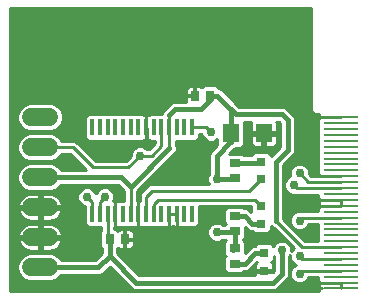
<source format=gtl>
G75*
%MOIN*%
%OFA0B0*%
%FSLAX25Y25*%
%IPPOS*%
%LPD*%
%AMOC8*
5,1,8,0,0,1.08239X$1,22.5*
%
%ADD10R,0.05512X0.06299*%
%ADD11R,0.03150X0.03150*%
%ADD12R,0.03543X0.02756*%
%ADD13R,0.01370X0.05500*%
%ADD14R,0.02756X0.03543*%
%ADD15R,0.11811X0.00984*%
%ADD16C,0.05906*%
%ADD17C,0.01000*%
%ADD18C,0.02984*%
%ADD19C,0.01600*%
D10*
X0194963Y0166571D03*
X0205987Y0166571D03*
D11*
X0205105Y0157126D03*
X0205105Y0151220D03*
X0205105Y0142362D03*
X0205105Y0136457D03*
X0206089Y0126614D03*
X0206089Y0120709D03*
D12*
X0196247Y0123071D03*
X0196247Y0128189D03*
X0196247Y0133898D03*
X0196247Y0139016D03*
X0196247Y0151614D03*
X0196247Y0156732D03*
D13*
X0182109Y0168465D03*
X0179550Y0168465D03*
X0176991Y0168465D03*
X0174432Y0168465D03*
X0171873Y0168465D03*
X0169314Y0168465D03*
X0166755Y0168465D03*
X0164196Y0168465D03*
X0161636Y0168465D03*
X0159077Y0168465D03*
X0156518Y0168465D03*
X0153959Y0168465D03*
X0151400Y0168465D03*
X0148841Y0168465D03*
X0148841Y0139677D03*
X0151400Y0139677D03*
X0153959Y0139677D03*
X0156518Y0139677D03*
X0159077Y0139677D03*
X0161636Y0139677D03*
X0164196Y0139677D03*
X0166755Y0139677D03*
X0169314Y0139677D03*
X0171873Y0139677D03*
X0174432Y0139677D03*
X0176991Y0139677D03*
X0179550Y0139677D03*
X0182109Y0139677D03*
D14*
X0159696Y0131244D03*
X0154577Y0131244D03*
X0182916Y0179071D03*
X0188034Y0179071D03*
D15*
X0231680Y0171890D03*
X0231680Y0169921D03*
X0231680Y0167953D03*
X0231680Y0165984D03*
X0231680Y0164016D03*
X0231680Y0162047D03*
X0231680Y0160079D03*
X0231680Y0158110D03*
X0231680Y0156142D03*
X0231680Y0154173D03*
X0231680Y0152205D03*
X0231680Y0150236D03*
X0231680Y0148268D03*
X0231680Y0146299D03*
X0231680Y0144331D03*
X0231680Y0142362D03*
X0231680Y0140394D03*
X0231680Y0138425D03*
X0231680Y0136457D03*
X0231680Y0134488D03*
X0231680Y0132520D03*
X0231680Y0130551D03*
X0231680Y0128583D03*
X0231680Y0126614D03*
X0231680Y0124646D03*
X0231680Y0122677D03*
X0231680Y0120709D03*
X0231680Y0118740D03*
X0231680Y0116772D03*
X0231680Y0114803D03*
D16*
X0134396Y0121850D02*
X0128491Y0121850D01*
X0128491Y0131850D02*
X0134396Y0131850D01*
X0134396Y0141850D02*
X0128491Y0141850D01*
X0128491Y0151850D02*
X0134396Y0151850D01*
X0134396Y0161850D02*
X0128491Y0161850D01*
X0128491Y0171850D02*
X0134396Y0171850D01*
D17*
X0121475Y0208276D02*
X0121475Y0113850D01*
X0224345Y0113850D01*
X0224274Y0114114D01*
X0224274Y0114803D01*
X0225489Y0114803D01*
X0225488Y0114803D01*
X0224274Y0114803D01*
X0224274Y0115493D01*
X0224353Y0115787D01*
X0224274Y0116082D01*
X0224274Y0116772D01*
X0224873Y0116772D01*
X0224873Y0116772D01*
X0224274Y0116772D01*
X0224274Y0117371D01*
X0224093Y0117552D01*
X0224093Y0118528D01*
X0220839Y0118528D01*
X0220590Y0117927D01*
X0219698Y0117034D01*
X0218531Y0116551D01*
X0217269Y0116551D01*
X0216103Y0117034D01*
X0215210Y0117927D01*
X0214727Y0119093D01*
X0214727Y0120356D01*
X0215210Y0121522D01*
X0216103Y0122415D01*
X0216737Y0122677D01*
X0216103Y0122940D01*
X0215210Y0123832D01*
X0214727Y0124999D01*
X0214727Y0125903D01*
X0214685Y0125801D01*
X0214476Y0125592D01*
X0214476Y0120218D01*
X0214476Y0119231D01*
X0214098Y0118319D01*
X0210447Y0114668D01*
X0209536Y0114291D01*
X0162926Y0114291D01*
X0162015Y0114668D01*
X0161317Y0115366D01*
X0154577Y0122105D01*
X0152219Y0119747D01*
X0151307Y0119369D01*
X0138384Y0119369D01*
X0138325Y0119226D01*
X0137021Y0117922D01*
X0135318Y0117217D01*
X0127569Y0117217D01*
X0125866Y0117922D01*
X0124562Y0119226D01*
X0123857Y0120929D01*
X0123857Y0122772D01*
X0124562Y0124475D01*
X0125866Y0125779D01*
X0127569Y0126484D01*
X0135318Y0126484D01*
X0137021Y0125779D01*
X0138325Y0124475D01*
X0138384Y0124331D01*
X0149786Y0124331D01*
X0152096Y0126642D01*
X0152096Y0128198D01*
X0151518Y0128776D01*
X0151518Y0133712D01*
X0151778Y0133972D01*
X0151778Y0135246D01*
X0147460Y0135246D01*
X0146475Y0136231D01*
X0146475Y0142142D01*
X0146403Y0142142D01*
X0145237Y0142625D01*
X0144344Y0143517D01*
X0143861Y0144684D01*
X0143861Y0145946D01*
X0144344Y0147112D01*
X0145237Y0148005D01*
X0146403Y0148488D01*
X0147665Y0148488D01*
X0148832Y0148005D01*
X0149724Y0147112D01*
X0149987Y0146478D01*
X0150249Y0147112D01*
X0151142Y0148005D01*
X0152308Y0148488D01*
X0153571Y0148488D01*
X0154737Y0148005D01*
X0155630Y0147112D01*
X0156113Y0145946D01*
X0156113Y0144684D01*
X0155799Y0143927D01*
X0156518Y0143927D01*
X0156518Y0139677D01*
X0156518Y0139677D01*
X0156518Y0135427D01*
X0156140Y0135427D01*
X0156140Y0134697D01*
X0156652Y0134697D01*
X0157265Y0134084D01*
X0157397Y0134216D01*
X0157739Y0134414D01*
X0158120Y0134516D01*
X0159507Y0134516D01*
X0159507Y0131433D01*
X0159885Y0131433D01*
X0162573Y0131433D01*
X0162573Y0133213D01*
X0162471Y0133595D01*
X0162274Y0133937D01*
X0161995Y0134216D01*
X0161652Y0134414D01*
X0161271Y0134516D01*
X0159885Y0134516D01*
X0159885Y0131433D01*
X0159885Y0131055D01*
X0162573Y0131055D01*
X0162573Y0129275D01*
X0162471Y0128893D01*
X0162274Y0128551D01*
X0161995Y0128272D01*
X0161652Y0128075D01*
X0161271Y0127972D01*
X0159885Y0127972D01*
X0159885Y0131055D01*
X0159507Y0131055D01*
X0159507Y0127972D01*
X0158120Y0127972D01*
X0157739Y0128075D01*
X0157397Y0128272D01*
X0157265Y0128404D01*
X0157059Y0128198D01*
X0157059Y0126642D01*
X0164448Y0119253D01*
X0203014Y0119253D01*
X0203014Y0120421D01*
X0205802Y0120421D01*
X0205802Y0120996D01*
X0203014Y0120996D01*
X0203014Y0122481D01*
X0203117Y0122862D01*
X0203314Y0123204D01*
X0203593Y0123484D01*
X0203656Y0123520D01*
X0203604Y0123573D01*
X0200999Y0120967D01*
X0200087Y0120590D01*
X0199293Y0120590D01*
X0198715Y0120012D01*
X0193779Y0120012D01*
X0192794Y0120997D01*
X0192794Y0125145D01*
X0193279Y0125630D01*
X0192794Y0126115D01*
X0192794Y0130263D01*
X0193554Y0131023D01*
X0192348Y0131023D01*
X0192139Y0130814D01*
X0190972Y0130331D01*
X0189710Y0130331D01*
X0188544Y0130814D01*
X0187651Y0131706D01*
X0187168Y0132873D01*
X0187168Y0134135D01*
X0187651Y0135301D01*
X0188544Y0136194D01*
X0189710Y0136677D01*
X0190972Y0136677D01*
X0192139Y0136194D01*
X0192348Y0135985D01*
X0192807Y0135985D01*
X0193279Y0136457D01*
X0192794Y0136941D01*
X0192794Y0141090D01*
X0193779Y0142075D01*
X0198715Y0142075D01*
X0199293Y0141497D01*
X0200087Y0141497D01*
X0200999Y0141119D01*
X0201849Y0140269D01*
X0201849Y0142150D01*
X0184475Y0142150D01*
X0184475Y0136231D01*
X0183490Y0135246D01*
X0178168Y0135246D01*
X0177963Y0135451D01*
X0177873Y0135427D01*
X0176991Y0135427D01*
X0176991Y0139677D01*
X0176991Y0139677D01*
X0176991Y0135427D01*
X0176108Y0135427D01*
X0175727Y0135529D01*
X0175711Y0135538D01*
X0175696Y0135529D01*
X0175314Y0135427D01*
X0174432Y0135427D01*
X0174432Y0139677D01*
X0174432Y0139677D01*
X0176991Y0139677D01*
X0176991Y0139677D01*
X0176617Y0139677D01*
X0174432Y0139677D01*
X0174432Y0139677D01*
X0174432Y0135427D01*
X0173549Y0135427D01*
X0173459Y0135451D01*
X0173254Y0135246D01*
X0165373Y0135246D01*
X0165168Y0135451D01*
X0165078Y0135427D01*
X0164196Y0135427D01*
X0164196Y0139677D01*
X0164195Y0139677D01*
X0164195Y0135427D01*
X0163313Y0135427D01*
X0163223Y0135451D01*
X0163018Y0135246D01*
X0157696Y0135246D01*
X0157491Y0135451D01*
X0157401Y0135427D01*
X0156518Y0135427D01*
X0156518Y0139677D01*
X0156518Y0139677D01*
X0156518Y0143927D01*
X0157401Y0143927D01*
X0157491Y0143903D01*
X0157696Y0144108D01*
X0159455Y0144108D01*
X0159455Y0147405D01*
X0157491Y0149369D01*
X0138384Y0149369D01*
X0138325Y0149226D01*
X0137021Y0147922D01*
X0135318Y0147217D01*
X0127569Y0147217D01*
X0125866Y0147922D01*
X0124562Y0149226D01*
X0123857Y0150929D01*
X0123857Y0152772D01*
X0124562Y0154475D01*
X0125866Y0155779D01*
X0127569Y0156484D01*
X0135318Y0156484D01*
X0137021Y0155779D01*
X0138325Y0154475D01*
X0138384Y0154331D01*
X0146744Y0154331D01*
X0141406Y0159669D01*
X0138509Y0159669D01*
X0138325Y0159226D01*
X0137021Y0157922D01*
X0135318Y0157217D01*
X0127569Y0157217D01*
X0125866Y0157922D01*
X0124562Y0159226D01*
X0123857Y0160929D01*
X0123857Y0162772D01*
X0124562Y0164475D01*
X0125866Y0165779D01*
X0127569Y0166484D01*
X0135318Y0166484D01*
X0137021Y0165779D01*
X0138325Y0164475D01*
X0138509Y0164031D01*
X0143213Y0164031D01*
X0149906Y0157339D01*
X0159910Y0157339D01*
X0161577Y0159006D01*
X0161577Y0159726D01*
X0162061Y0160892D01*
X0162953Y0161785D01*
X0164119Y0162268D01*
X0165382Y0162268D01*
X0166548Y0161785D01*
X0167057Y0161276D01*
X0167784Y0161276D01*
X0169692Y0163183D01*
X0169692Y0164033D01*
X0167932Y0164033D01*
X0167727Y0164239D01*
X0167637Y0164215D01*
X0166755Y0164215D01*
X0166755Y0168464D01*
X0166755Y0168464D01*
X0166755Y0164215D01*
X0165872Y0164215D01*
X0165782Y0164239D01*
X0165577Y0164033D01*
X0147460Y0164033D01*
X0146475Y0165018D01*
X0146475Y0171911D01*
X0147460Y0172896D01*
X0165577Y0172896D01*
X0165782Y0172690D01*
X0165872Y0172715D01*
X0166755Y0172715D01*
X0166755Y0168465D01*
X0166755Y0168465D01*
X0166755Y0172715D01*
X0167637Y0172715D01*
X0167727Y0172690D01*
X0167932Y0172896D01*
X0171951Y0172896D01*
X0171951Y0173021D01*
X0172328Y0173933D01*
X0174372Y0175976D01*
X0175070Y0176674D01*
X0175982Y0177052D01*
X0180051Y0177052D01*
X0180038Y0177102D01*
X0180038Y0178882D01*
X0182727Y0178882D01*
X0182727Y0179260D01*
X0182727Y0182342D01*
X0181341Y0182343D01*
X0180959Y0182240D01*
X0180617Y0182043D01*
X0180338Y0181764D01*
X0180140Y0181421D01*
X0180038Y0181040D01*
X0180038Y0179260D01*
X0182727Y0179260D01*
X0183105Y0179260D01*
X0183105Y0182343D01*
X0184491Y0182343D01*
X0184873Y0182240D01*
X0185215Y0182043D01*
X0185347Y0181911D01*
X0185960Y0182524D01*
X0190108Y0182524D01*
X0191093Y0181539D01*
X0191093Y0181500D01*
X0191880Y0181174D01*
X0192578Y0180476D01*
X0196594Y0176461D01*
X0197067Y0175988D01*
X0197067Y0175988D01*
X0197700Y0175355D01*
X0212488Y0175355D01*
X0213400Y0174977D01*
X0214098Y0174279D01*
X0216067Y0172311D01*
X0216444Y0171399D01*
X0216444Y0160569D01*
X0216067Y0159658D01*
X0215369Y0158960D01*
X0212507Y0156098D01*
X0212507Y0138044D01*
X0219788Y0130764D01*
X0224093Y0130764D01*
X0224093Y0136244D01*
X0220839Y0136244D01*
X0220590Y0135643D01*
X0219698Y0134751D01*
X0218531Y0134268D01*
X0217269Y0134268D01*
X0216103Y0134751D01*
X0215210Y0135643D01*
X0214727Y0136810D01*
X0214727Y0138072D01*
X0215210Y0139238D01*
X0216103Y0140131D01*
X0217269Y0140614D01*
X0218531Y0140614D01*
X0218550Y0140606D01*
X0224093Y0140606D01*
X0224093Y0141582D01*
X0224274Y0141763D01*
X0224274Y0142362D01*
X0224873Y0142362D01*
X0224873Y0142362D01*
X0224274Y0142362D01*
X0224274Y0143052D01*
X0224353Y0143346D01*
X0224274Y0143641D01*
X0224274Y0144331D01*
X0224873Y0144331D01*
X0224873Y0144331D01*
X0224274Y0144331D01*
X0224274Y0144930D01*
X0224093Y0145111D01*
X0224093Y0146087D01*
X0216582Y0146087D01*
X0216563Y0146079D01*
X0215301Y0146079D01*
X0214134Y0146562D01*
X0213242Y0147454D01*
X0212759Y0148621D01*
X0212759Y0149883D01*
X0213242Y0151049D01*
X0214134Y0151942D01*
X0214858Y0152242D01*
X0214727Y0152558D01*
X0214727Y0153820D01*
X0215210Y0154986D01*
X0216103Y0155879D01*
X0217269Y0156362D01*
X0218531Y0156362D01*
X0219698Y0155879D01*
X0220590Y0154986D01*
X0221073Y0153820D01*
X0221073Y0153100D01*
X0221756Y0152417D01*
X0224274Y0152417D01*
X0224274Y0152804D01*
X0224093Y0152985D01*
X0224093Y0171110D01*
X0224274Y0171291D01*
X0224274Y0171890D01*
X0224873Y0171890D01*
X0224274Y0171890D01*
X0224274Y0172579D01*
X0224345Y0172843D01*
X0222977Y0172843D01*
X0221806Y0174014D01*
X0221806Y0208276D01*
X0121475Y0208276D01*
X0121475Y0207707D02*
X0221806Y0207707D01*
X0221806Y0206709D02*
X0121475Y0206709D01*
X0121475Y0205710D02*
X0221806Y0205710D01*
X0221806Y0204712D02*
X0121475Y0204712D01*
X0121475Y0203713D02*
X0221806Y0203713D01*
X0221806Y0202715D02*
X0121475Y0202715D01*
X0121475Y0201716D02*
X0221806Y0201716D01*
X0221806Y0200718D02*
X0121475Y0200718D01*
X0121475Y0199719D02*
X0221806Y0199719D01*
X0221806Y0198721D02*
X0121475Y0198721D01*
X0121475Y0197722D02*
X0221806Y0197722D01*
X0221806Y0196724D02*
X0121475Y0196724D01*
X0121475Y0195725D02*
X0221806Y0195725D01*
X0221806Y0194727D02*
X0121475Y0194727D01*
X0121475Y0193728D02*
X0221806Y0193728D01*
X0221806Y0192730D02*
X0121475Y0192730D01*
X0121475Y0191731D02*
X0221806Y0191731D01*
X0221806Y0190733D02*
X0121475Y0190733D01*
X0121475Y0189734D02*
X0221806Y0189734D01*
X0221806Y0188736D02*
X0121475Y0188736D01*
X0121475Y0187737D02*
X0221806Y0187737D01*
X0221806Y0186739D02*
X0121475Y0186739D01*
X0121475Y0185740D02*
X0221806Y0185740D01*
X0221806Y0184742D02*
X0121475Y0184742D01*
X0121475Y0183743D02*
X0221806Y0183743D01*
X0221806Y0182745D02*
X0121475Y0182745D01*
X0121475Y0181746D02*
X0180328Y0181746D01*
X0180038Y0180748D02*
X0121475Y0180748D01*
X0121475Y0179749D02*
X0180038Y0179749D01*
X0180038Y0178751D02*
X0121475Y0178751D01*
X0121475Y0177752D02*
X0180038Y0177752D01*
X0182916Y0179071D02*
X0182975Y0179130D01*
X0182975Y0182071D01*
X0183475Y0182571D01*
X0190475Y0182571D01*
X0192050Y0184146D01*
X0190886Y0181746D02*
X0221806Y0181746D01*
X0221806Y0180748D02*
X0192307Y0180748D01*
X0193306Y0179749D02*
X0221806Y0179749D01*
X0221806Y0178751D02*
X0194304Y0178751D01*
X0195303Y0177752D02*
X0221806Y0177752D01*
X0221806Y0176754D02*
X0196301Y0176754D01*
X0197300Y0175755D02*
X0221806Y0175755D01*
X0221806Y0174757D02*
X0213621Y0174757D01*
X0214619Y0173758D02*
X0222062Y0173758D01*
X0221837Y0171890D02*
X0221837Y0170906D01*
X0221837Y0171890D02*
X0231680Y0171890D01*
X0224873Y0171890D02*
X0224873Y0171890D01*
X0224274Y0171761D02*
X0216294Y0171761D01*
X0216444Y0170763D02*
X0224093Y0170763D01*
X0224093Y0169764D02*
X0216444Y0169764D01*
X0216444Y0168766D02*
X0224093Y0168766D01*
X0224093Y0167767D02*
X0216444Y0167767D01*
X0216444Y0166769D02*
X0224093Y0166769D01*
X0224093Y0165770D02*
X0216444Y0165770D01*
X0216444Y0164771D02*
X0224093Y0164771D01*
X0224093Y0163773D02*
X0216444Y0163773D01*
X0216444Y0162774D02*
X0224093Y0162774D01*
X0224093Y0161776D02*
X0216444Y0161776D01*
X0216444Y0160777D02*
X0224093Y0160777D01*
X0224093Y0159779D02*
X0216117Y0159779D01*
X0215189Y0158780D02*
X0224093Y0158780D01*
X0224093Y0157782D02*
X0214191Y0157782D01*
X0213192Y0156783D02*
X0224093Y0156783D01*
X0224093Y0155785D02*
X0219792Y0155785D01*
X0220673Y0154786D02*
X0224093Y0154786D01*
X0224093Y0153788D02*
X0221073Y0153788D01*
X0221384Y0152789D02*
X0224274Y0152789D01*
X0221837Y0152205D02*
X0221837Y0155157D01*
X0217900Y0153189D02*
X0220853Y0150236D01*
X0231680Y0150236D01*
X0231680Y0148268D02*
X0216916Y0148268D01*
X0215932Y0149252D01*
X0213100Y0147797D02*
X0212507Y0147797D01*
X0212507Y0148795D02*
X0212759Y0148795D01*
X0212759Y0149794D02*
X0212507Y0149794D01*
X0212507Y0150792D02*
X0213135Y0150792D01*
X0212507Y0151791D02*
X0213983Y0151791D01*
X0214727Y0152789D02*
X0212507Y0152789D01*
X0212507Y0153788D02*
X0214727Y0153788D01*
X0215127Y0154786D02*
X0212507Y0154786D01*
X0212507Y0155785D02*
X0216009Y0155785D01*
X0221837Y0152205D02*
X0231680Y0152205D01*
X0224093Y0145800D02*
X0212507Y0145800D01*
X0212507Y0146798D02*
X0213898Y0146798D01*
X0212507Y0144801D02*
X0224274Y0144801D01*
X0224274Y0143803D02*
X0212507Y0143803D01*
X0212507Y0142804D02*
X0224274Y0142804D01*
X0224274Y0141806D02*
X0212507Y0141806D01*
X0212507Y0140807D02*
X0224093Y0140807D01*
X0221837Y0142362D02*
X0221837Y0144331D01*
X0231680Y0144331D01*
X0231680Y0144126D02*
X0231680Y0142567D01*
X0231680Y0142567D01*
X0231680Y0144126D01*
X0231680Y0144126D01*
X0231680Y0143803D02*
X0231680Y0143803D01*
X0231680Y0142804D02*
X0231680Y0142804D01*
X0231680Y0142362D02*
X0221837Y0142362D01*
X0215780Y0139809D02*
X0212507Y0139809D01*
X0212507Y0138810D02*
X0215033Y0138810D01*
X0214727Y0137812D02*
X0212740Y0137812D01*
X0213739Y0136813D02*
X0214727Y0136813D01*
X0214737Y0135815D02*
X0215139Y0135815D01*
X0215736Y0134816D02*
X0216037Y0134816D01*
X0216734Y0133818D02*
X0224093Y0133818D01*
X0224093Y0134816D02*
X0219763Y0134816D01*
X0220661Y0135815D02*
X0224093Y0135815D01*
X0224093Y0132819D02*
X0217733Y0132819D01*
X0218731Y0131821D02*
X0224093Y0131821D01*
X0224093Y0130822D02*
X0219730Y0130822D01*
X0218885Y0128583D02*
X0210026Y0137441D01*
X0208361Y0135598D02*
X0208621Y0135338D01*
X0209345Y0135038D01*
X0216083Y0128300D01*
X0215210Y0127427D01*
X0215168Y0127326D01*
X0215168Y0128230D01*
X0214685Y0129396D01*
X0213792Y0130289D01*
X0212626Y0130772D01*
X0211364Y0130772D01*
X0210197Y0130289D01*
X0209305Y0129396D01*
X0209167Y0129063D01*
X0208360Y0129870D01*
X0203818Y0129870D01*
X0203043Y0129095D01*
X0202643Y0129095D01*
X0201731Y0128718D01*
X0201033Y0128020D01*
X0199699Y0126686D01*
X0199699Y0130263D01*
X0198919Y0131043D01*
X0199699Y0131823D01*
X0199699Y0135401D01*
X0200049Y0135051D01*
X0200747Y0134353D01*
X0201659Y0133976D01*
X0202059Y0133976D01*
X0202834Y0133201D01*
X0207376Y0133201D01*
X0208361Y0134186D01*
X0208361Y0135598D01*
X0208361Y0134816D02*
X0209566Y0134816D01*
X0210565Y0133818D02*
X0207993Y0133818D01*
X0211564Y0132819D02*
X0199699Y0132819D01*
X0199697Y0131821D02*
X0212562Y0131821D01*
X0213561Y0130822D02*
X0199141Y0130822D01*
X0199699Y0129824D02*
X0203772Y0129824D01*
X0201991Y0128825D02*
X0199699Y0128825D01*
X0199699Y0127827D02*
X0200840Y0127827D01*
X0199842Y0126828D02*
X0199699Y0126828D01*
X0202865Y0122834D02*
X0203109Y0122834D01*
X0203014Y0121836D02*
X0201867Y0121836D01*
X0200684Y0120837D02*
X0205802Y0120837D01*
X0206377Y0120837D02*
X0209514Y0120837D01*
X0209514Y0120752D02*
X0209164Y0120402D01*
X0209164Y0120421D01*
X0206377Y0120421D01*
X0206377Y0120996D01*
X0209164Y0120996D01*
X0209164Y0122481D01*
X0209062Y0122862D01*
X0208864Y0123204D01*
X0208585Y0123484D01*
X0208522Y0123520D01*
X0209345Y0124343D01*
X0209345Y0125760D01*
X0209514Y0125592D01*
X0209514Y0120752D01*
X0209514Y0121836D02*
X0209164Y0121836D01*
X0209069Y0122834D02*
X0209514Y0122834D01*
X0209514Y0123833D02*
X0208835Y0123833D01*
X0209345Y0124831D02*
X0209514Y0124831D01*
X0206089Y0126614D02*
X0205475Y0127071D01*
X0205034Y0126630D01*
X0208407Y0129824D02*
X0209732Y0129824D01*
X0214257Y0129824D02*
X0214559Y0129824D01*
X0214921Y0128825D02*
X0215558Y0128825D01*
X0215609Y0127827D02*
X0215168Y0127827D01*
X0214727Y0125830D02*
X0214697Y0125830D01*
X0214796Y0124831D02*
X0214476Y0124831D01*
X0214476Y0123833D02*
X0215210Y0123833D01*
X0214476Y0122834D02*
X0216358Y0122834D01*
X0215524Y0121836D02*
X0214476Y0121836D01*
X0214476Y0120837D02*
X0214926Y0120837D01*
X0214727Y0119838D02*
X0214476Y0119838D01*
X0214314Y0118840D02*
X0214832Y0118840D01*
X0215296Y0117841D02*
X0213621Y0117841D01*
X0212622Y0116843D02*
X0216565Y0116843D01*
X0219236Y0116843D02*
X0224274Y0116843D01*
X0224338Y0115844D02*
X0211624Y0115844D01*
X0210625Y0114846D02*
X0224274Y0114846D01*
X0221837Y0116772D02*
X0221837Y0117756D01*
X0221837Y0116772D02*
X0231680Y0116772D01*
X0231680Y0116567D02*
X0231680Y0114803D01*
X0231680Y0114803D01*
X0231680Y0116567D01*
X0231680Y0116567D01*
X0231680Y0115844D02*
X0231680Y0115844D01*
X0231680Y0114846D02*
X0231680Y0114846D01*
X0224093Y0117841D02*
X0220505Y0117841D01*
X0217900Y0119724D02*
X0218885Y0120709D01*
X0231680Y0120709D01*
X0231680Y0124646D02*
X0218885Y0124646D01*
X0217900Y0125630D01*
X0218885Y0128583D02*
X0231680Y0128583D01*
X0231680Y0138425D02*
X0218885Y0138425D01*
X0217900Y0137441D01*
X0205105Y0142362D02*
X0203136Y0144331D01*
X0170656Y0144331D01*
X0169314Y0142988D01*
X0169314Y0139677D01*
X0166755Y0139677D02*
X0166755Y0145350D01*
X0168688Y0147283D01*
X0201168Y0147283D01*
X0205105Y0151220D01*
X0196247Y0151614D02*
X0195475Y0151571D01*
X0187860Y0153227D02*
X0187651Y0153018D01*
X0187168Y0151852D01*
X0187168Y0150589D01*
X0187634Y0149465D01*
X0167784Y0149465D01*
X0166507Y0148187D01*
X0164573Y0146254D01*
X0164573Y0143927D01*
X0164196Y0143927D01*
X0164196Y0139677D01*
X0164195Y0139677D01*
X0164195Y0143927D01*
X0163818Y0143927D01*
X0163818Y0147405D01*
X0176535Y0160122D01*
X0176913Y0161034D01*
X0176913Y0162021D01*
X0176613Y0162745D01*
X0176613Y0164033D01*
X0183490Y0164033D01*
X0184475Y0165018D01*
X0184475Y0166283D01*
X0185222Y0166283D01*
X0185683Y0165171D01*
X0186575Y0164278D01*
X0187741Y0163795D01*
X0189004Y0163795D01*
X0190170Y0164278D01*
X0190526Y0164634D01*
X0190526Y0162788D01*
X0188936Y0161198D01*
X0188238Y0160500D01*
X0187860Y0159588D01*
X0187860Y0153227D01*
X0187556Y0152789D02*
X0169202Y0152789D01*
X0168204Y0151791D02*
X0187168Y0151791D01*
X0187168Y0150792D02*
X0167205Y0150792D01*
X0166207Y0149794D02*
X0187497Y0149794D01*
X0187860Y0153788D02*
X0170201Y0153788D01*
X0171199Y0154786D02*
X0187860Y0154786D01*
X0187860Y0155785D02*
X0172198Y0155785D01*
X0173196Y0156783D02*
X0187860Y0156783D01*
X0187860Y0157782D02*
X0174195Y0157782D01*
X0175193Y0158780D02*
X0187860Y0158780D01*
X0187939Y0159779D02*
X0176192Y0159779D01*
X0176807Y0160777D02*
X0188515Y0160777D01*
X0189514Y0161776D02*
X0176913Y0161776D01*
X0176613Y0162774D02*
X0190512Y0162774D01*
X0190526Y0163773D02*
X0176613Y0163773D01*
X0174432Y0161528D02*
X0174432Y0168465D01*
X0174432Y0172528D01*
X0172256Y0173758D02*
X0138622Y0173758D01*
X0138325Y0174475D02*
X0137021Y0175779D01*
X0135318Y0176484D01*
X0127569Y0176484D01*
X0125866Y0175779D01*
X0124562Y0174475D01*
X0123857Y0172772D01*
X0123857Y0170929D01*
X0124562Y0169226D01*
X0125866Y0167922D01*
X0127569Y0167217D01*
X0135318Y0167217D01*
X0137021Y0167922D01*
X0138325Y0169226D01*
X0139030Y0170929D01*
X0139030Y0172772D01*
X0138325Y0174475D01*
X0138043Y0174757D02*
X0173152Y0174757D01*
X0174151Y0175755D02*
X0137045Y0175755D01*
X0139030Y0172760D02*
X0147324Y0172760D01*
X0146475Y0171761D02*
X0139030Y0171761D01*
X0138961Y0170763D02*
X0146475Y0170763D01*
X0146475Y0169764D02*
X0138548Y0169764D01*
X0137865Y0168766D02*
X0146475Y0168766D01*
X0146475Y0167767D02*
X0136647Y0167767D01*
X0137030Y0165770D02*
X0146475Y0165770D01*
X0146475Y0166769D02*
X0121475Y0166769D01*
X0121475Y0167767D02*
X0126240Y0167767D01*
X0125022Y0168766D02*
X0121475Y0168766D01*
X0121475Y0169764D02*
X0124339Y0169764D01*
X0123926Y0170763D02*
X0121475Y0170763D01*
X0121475Y0171761D02*
X0123857Y0171761D01*
X0123857Y0172760D02*
X0121475Y0172760D01*
X0121475Y0173758D02*
X0124265Y0173758D01*
X0124844Y0174757D02*
X0121475Y0174757D01*
X0121475Y0175755D02*
X0125842Y0175755D01*
X0121475Y0176754D02*
X0175261Y0176754D01*
X0182727Y0179749D02*
X0183105Y0179749D01*
X0183105Y0180748D02*
X0182727Y0180748D01*
X0182727Y0181746D02*
X0183105Y0181746D01*
X0188034Y0179071D02*
X0188034Y0177630D01*
X0194491Y0175055D02*
X0194963Y0174583D01*
X0199400Y0170393D02*
X0201887Y0170393D01*
X0201833Y0170299D01*
X0201731Y0169918D01*
X0201731Y0167071D01*
X0205487Y0167071D01*
X0205487Y0166071D01*
X0206487Y0166071D01*
X0206487Y0167071D01*
X0210243Y0167071D01*
X0210243Y0169918D01*
X0210141Y0170299D01*
X0210087Y0170393D01*
X0210967Y0170393D01*
X0211482Y0169878D01*
X0211482Y0162091D01*
X0208361Y0158969D01*
X0208361Y0159397D01*
X0207376Y0160382D01*
X0202834Y0160382D01*
X0201849Y0159397D01*
X0201849Y0159213D01*
X0199293Y0159213D01*
X0198715Y0159791D01*
X0194547Y0159791D01*
X0196100Y0161344D01*
X0196369Y0161456D01*
X0196653Y0161740D01*
X0198415Y0161740D01*
X0199400Y0162725D01*
X0199400Y0170393D01*
X0199400Y0169764D02*
X0201731Y0169764D01*
X0201731Y0168766D02*
X0199400Y0168766D01*
X0199400Y0167767D02*
X0201731Y0167767D01*
X0201731Y0166071D02*
X0201731Y0163224D01*
X0201833Y0162842D01*
X0202031Y0162500D01*
X0202310Y0162221D01*
X0202652Y0162023D01*
X0203033Y0161921D01*
X0205487Y0161921D01*
X0205487Y0166071D01*
X0201731Y0166071D01*
X0201731Y0165770D02*
X0199400Y0165770D01*
X0199400Y0164771D02*
X0201731Y0164771D01*
X0201731Y0163773D02*
X0199400Y0163773D01*
X0199400Y0162774D02*
X0201872Y0162774D01*
X0202231Y0159779D02*
X0198727Y0159779D01*
X0198451Y0161776D02*
X0211167Y0161776D01*
X0211482Y0162774D02*
X0210101Y0162774D01*
X0210141Y0162842D02*
X0210243Y0163224D01*
X0210243Y0166071D01*
X0206487Y0166071D01*
X0206487Y0161921D01*
X0208940Y0161921D01*
X0209322Y0162023D01*
X0209664Y0162221D01*
X0209943Y0162500D01*
X0210141Y0162842D01*
X0210243Y0163773D02*
X0211482Y0163773D01*
X0211482Y0164771D02*
X0210243Y0164771D01*
X0210243Y0165770D02*
X0211482Y0165770D01*
X0211482Y0166769D02*
X0206487Y0166769D01*
X0206487Y0165770D02*
X0205487Y0165770D01*
X0205487Y0164771D02*
X0206487Y0164771D01*
X0206487Y0163773D02*
X0205487Y0163773D01*
X0205487Y0162774D02*
X0206487Y0162774D01*
X0207979Y0159779D02*
X0209170Y0159779D01*
X0210169Y0160777D02*
X0195533Y0160777D01*
X0194963Y0163559D02*
X0194963Y0166571D01*
X0199400Y0166769D02*
X0205487Y0166769D01*
X0210243Y0167767D02*
X0211482Y0167767D01*
X0211482Y0168766D02*
X0210243Y0168766D01*
X0210243Y0169764D02*
X0211482Y0169764D01*
X0215618Y0172760D02*
X0224323Y0172760D01*
X0188373Y0166969D02*
X0186877Y0168465D01*
X0182109Y0168465D01*
X0184475Y0165770D02*
X0185434Y0165770D01*
X0186082Y0164771D02*
X0184228Y0164771D01*
X0171873Y0162280D02*
X0168688Y0159094D01*
X0164751Y0159094D01*
X0160814Y0155157D01*
X0149003Y0155157D01*
X0142310Y0161850D01*
X0131444Y0161850D01*
X0125857Y0165770D02*
X0121475Y0165770D01*
X0121475Y0164771D02*
X0124859Y0164771D01*
X0124272Y0163773D02*
X0121475Y0163773D01*
X0121475Y0162774D02*
X0123858Y0162774D01*
X0123857Y0161776D02*
X0121475Y0161776D01*
X0121475Y0160777D02*
X0123920Y0160777D01*
X0124333Y0159779D02*
X0121475Y0159779D01*
X0121475Y0158780D02*
X0125008Y0158780D01*
X0126204Y0157782D02*
X0121475Y0157782D01*
X0121475Y0156783D02*
X0144292Y0156783D01*
X0145291Y0155785D02*
X0137006Y0155785D01*
X0138014Y0154786D02*
X0146289Y0154786D01*
X0143294Y0157782D02*
X0136683Y0157782D01*
X0137880Y0158780D02*
X0142295Y0158780D01*
X0146467Y0160777D02*
X0162013Y0160777D01*
X0161599Y0159779D02*
X0147466Y0159779D01*
X0148464Y0158780D02*
X0161352Y0158780D01*
X0160354Y0157782D02*
X0149463Y0157782D01*
X0145469Y0161776D02*
X0162945Y0161776D01*
X0166557Y0161776D02*
X0168285Y0161776D01*
X0169283Y0162774D02*
X0144470Y0162774D01*
X0143472Y0163773D02*
X0169692Y0163773D01*
X0171873Y0162280D02*
X0171873Y0168465D01*
X0166975Y0168244D02*
X0166975Y0163039D01*
X0166755Y0164771D02*
X0166755Y0164771D01*
X0166755Y0165770D02*
X0166755Y0165770D01*
X0166755Y0166769D02*
X0166755Y0166769D01*
X0166755Y0167767D02*
X0166755Y0167767D01*
X0166975Y0168244D02*
X0166755Y0168465D01*
X0166755Y0168766D02*
X0166755Y0168766D01*
X0166755Y0169764D02*
X0166755Y0169764D01*
X0166755Y0170763D02*
X0166755Y0170763D01*
X0166755Y0171761D02*
X0166755Y0171761D01*
X0167796Y0172760D02*
X0165713Y0172760D01*
X0146722Y0164771D02*
X0138028Y0164771D01*
X0125881Y0155785D02*
X0121475Y0155785D01*
X0121475Y0154786D02*
X0124874Y0154786D01*
X0124278Y0153788D02*
X0121475Y0153788D01*
X0121475Y0152789D02*
X0123864Y0152789D01*
X0123857Y0151791D02*
X0121475Y0151791D01*
X0121475Y0150792D02*
X0123913Y0150792D01*
X0124327Y0149794D02*
X0121475Y0149794D01*
X0121475Y0148795D02*
X0124993Y0148795D01*
X0126168Y0147797D02*
X0121475Y0147797D01*
X0121475Y0146798D02*
X0144214Y0146798D01*
X0143861Y0145800D02*
X0136453Y0145800D01*
X0136730Y0145659D02*
X0136106Y0145977D01*
X0135439Y0146193D01*
X0134747Y0146303D01*
X0131928Y0146303D01*
X0131928Y0142335D01*
X0130959Y0142335D01*
X0130959Y0146303D01*
X0128140Y0146303D01*
X0127448Y0146193D01*
X0126782Y0145977D01*
X0126157Y0145659D01*
X0125590Y0145247D01*
X0125094Y0144751D01*
X0124682Y0144184D01*
X0124364Y0143560D01*
X0124148Y0142893D01*
X0124059Y0142335D01*
X0130959Y0142335D01*
X0130959Y0141366D01*
X0124059Y0141366D01*
X0124148Y0140808D01*
X0124364Y0140141D01*
X0124682Y0139517D01*
X0125094Y0138950D01*
X0125590Y0138454D01*
X0126157Y0138042D01*
X0126782Y0137724D01*
X0127448Y0137507D01*
X0128140Y0137398D01*
X0130959Y0137398D01*
X0130959Y0141366D01*
X0131928Y0141366D01*
X0131928Y0142335D01*
X0138828Y0142335D01*
X0138739Y0142893D01*
X0138523Y0143560D01*
X0138205Y0144184D01*
X0137793Y0144751D01*
X0137297Y0145247D01*
X0136730Y0145659D01*
X0137743Y0144801D02*
X0143861Y0144801D01*
X0144226Y0143803D02*
X0138399Y0143803D01*
X0138753Y0142804D02*
X0145057Y0142804D01*
X0146475Y0141806D02*
X0131928Y0141806D01*
X0131928Y0141366D02*
X0138828Y0141366D01*
X0138739Y0140808D01*
X0138523Y0140141D01*
X0138205Y0139517D01*
X0137793Y0138950D01*
X0137297Y0138454D01*
X0136730Y0138042D01*
X0136106Y0137724D01*
X0135439Y0137507D01*
X0134747Y0137398D01*
X0131928Y0137398D01*
X0131928Y0141366D01*
X0131928Y0140807D02*
X0130959Y0140807D01*
X0130959Y0139809D02*
X0131928Y0139809D01*
X0131928Y0138810D02*
X0130959Y0138810D01*
X0130959Y0137812D02*
X0131928Y0137812D01*
X0131928Y0136303D02*
X0131928Y0132335D01*
X0130959Y0132335D01*
X0130959Y0136303D01*
X0128140Y0136303D01*
X0127448Y0136193D01*
X0126782Y0135977D01*
X0126157Y0135659D01*
X0125590Y0135247D01*
X0125094Y0134751D01*
X0124682Y0134184D01*
X0124364Y0133560D01*
X0124148Y0132893D01*
X0124059Y0132335D01*
X0130959Y0132335D01*
X0130959Y0131366D01*
X0124059Y0131366D01*
X0124148Y0130808D01*
X0124364Y0130141D01*
X0124682Y0129517D01*
X0125094Y0128950D01*
X0125590Y0128454D01*
X0126157Y0128042D01*
X0126782Y0127724D01*
X0127448Y0127507D01*
X0128140Y0127398D01*
X0130959Y0127398D01*
X0130959Y0131366D01*
X0131928Y0131366D01*
X0131928Y0132335D01*
X0138828Y0132335D01*
X0138739Y0132893D01*
X0138523Y0133560D01*
X0138205Y0134184D01*
X0137793Y0134751D01*
X0137297Y0135247D01*
X0136730Y0135659D01*
X0136106Y0135977D01*
X0135439Y0136193D01*
X0134747Y0136303D01*
X0131928Y0136303D01*
X0131928Y0135815D02*
X0130959Y0135815D01*
X0130959Y0134816D02*
X0131928Y0134816D01*
X0131928Y0133818D02*
X0130959Y0133818D01*
X0130959Y0132819D02*
X0131928Y0132819D01*
X0131928Y0131821D02*
X0151518Y0131821D01*
X0151518Y0132819D02*
X0138751Y0132819D01*
X0138391Y0133818D02*
X0151624Y0133818D01*
X0151778Y0134816D02*
X0137728Y0134816D01*
X0136424Y0135815D02*
X0146891Y0135815D01*
X0146475Y0136813D02*
X0121475Y0136813D01*
X0121475Y0135815D02*
X0126463Y0135815D01*
X0125159Y0134816D02*
X0121475Y0134816D01*
X0121475Y0133818D02*
X0124496Y0133818D01*
X0124136Y0132819D02*
X0121475Y0132819D01*
X0121475Y0131821D02*
X0130959Y0131821D01*
X0130959Y0130822D02*
X0131928Y0130822D01*
X0131928Y0131366D02*
X0131928Y0127398D01*
X0134747Y0127398D01*
X0135439Y0127507D01*
X0136106Y0127724D01*
X0136730Y0128042D01*
X0137297Y0128454D01*
X0137793Y0128950D01*
X0138205Y0129517D01*
X0138523Y0130141D01*
X0138739Y0130808D01*
X0138828Y0131366D01*
X0131928Y0131366D01*
X0131928Y0129824D02*
X0130959Y0129824D01*
X0130959Y0128825D02*
X0131928Y0128825D01*
X0131928Y0127827D02*
X0130959Y0127827D01*
X0126580Y0127827D02*
X0121475Y0127827D01*
X0121475Y0128825D02*
X0125219Y0128825D01*
X0124526Y0129824D02*
X0121475Y0129824D01*
X0121475Y0130822D02*
X0124145Y0130822D01*
X0121475Y0126828D02*
X0152096Y0126828D01*
X0152096Y0127827D02*
X0136307Y0127827D01*
X0137668Y0128825D02*
X0151518Y0128825D01*
X0151518Y0129824D02*
X0138361Y0129824D01*
X0138742Y0130822D02*
X0151518Y0130822D01*
X0153959Y0131862D02*
X0154577Y0131244D01*
X0153959Y0131862D02*
X0153959Y0139677D01*
X0151400Y0139677D02*
X0151400Y0143776D01*
X0152940Y0145315D01*
X0155760Y0146798D02*
X0159455Y0146798D01*
X0159455Y0145800D02*
X0156113Y0145800D01*
X0156113Y0144801D02*
X0159455Y0144801D01*
X0156518Y0143803D02*
X0156518Y0143803D01*
X0156518Y0142804D02*
X0156518Y0142804D01*
X0156518Y0141806D02*
X0156518Y0141806D01*
X0156518Y0140807D02*
X0156518Y0140807D01*
X0156518Y0139809D02*
X0156518Y0139809D01*
X0156518Y0138810D02*
X0156518Y0138810D01*
X0156518Y0137812D02*
X0156518Y0137812D01*
X0156518Y0136813D02*
X0156518Y0136813D01*
X0156518Y0135815D02*
X0156518Y0135815D01*
X0156140Y0134816D02*
X0187450Y0134816D01*
X0187168Y0133818D02*
X0162343Y0133818D01*
X0162573Y0132819D02*
X0187190Y0132819D01*
X0187604Y0131821D02*
X0162573Y0131821D01*
X0162573Y0130822D02*
X0188535Y0130822D01*
X0192147Y0130822D02*
X0193353Y0130822D01*
X0192794Y0129824D02*
X0162573Y0129824D01*
X0162432Y0128825D02*
X0192794Y0128825D01*
X0192794Y0127827D02*
X0157059Y0127827D01*
X0157059Y0126828D02*
X0192794Y0126828D01*
X0193079Y0125830D02*
X0157871Y0125830D01*
X0158869Y0124831D02*
X0192794Y0124831D01*
X0192794Y0123833D02*
X0159868Y0123833D01*
X0160866Y0122834D02*
X0192794Y0122834D01*
X0192794Y0121836D02*
X0161865Y0121836D01*
X0162863Y0120837D02*
X0192954Y0120837D01*
X0203014Y0119838D02*
X0163862Y0119838D01*
X0160838Y0115844D02*
X0121475Y0115844D01*
X0121475Y0114846D02*
X0161837Y0114846D01*
X0159840Y0116843D02*
X0121475Y0116843D01*
X0121475Y0117841D02*
X0126060Y0117841D01*
X0124948Y0118840D02*
X0121475Y0118840D01*
X0121475Y0119838D02*
X0124309Y0119838D01*
X0123895Y0120837D02*
X0121475Y0120837D01*
X0121475Y0121836D02*
X0123857Y0121836D01*
X0123883Y0122834D02*
X0121475Y0122834D01*
X0121475Y0123833D02*
X0124296Y0123833D01*
X0124918Y0124831D02*
X0121475Y0124831D01*
X0121475Y0125830D02*
X0125989Y0125830D01*
X0136899Y0125830D02*
X0151284Y0125830D01*
X0150285Y0124831D02*
X0137969Y0124831D01*
X0137939Y0118840D02*
X0157843Y0118840D01*
X0158841Y0117841D02*
X0136827Y0117841D01*
X0152311Y0119838D02*
X0156844Y0119838D01*
X0155846Y0120837D02*
X0153309Y0120837D01*
X0154308Y0121836D02*
X0154847Y0121836D01*
X0159507Y0128825D02*
X0159885Y0128825D01*
X0159885Y0129824D02*
X0159507Y0129824D01*
X0159507Y0130822D02*
X0159885Y0130822D01*
X0159885Y0131821D02*
X0159507Y0131821D01*
X0159507Y0132819D02*
X0159885Y0132819D01*
X0159885Y0133818D02*
X0159507Y0133818D01*
X0164195Y0135815D02*
X0164196Y0135815D01*
X0164195Y0136813D02*
X0164196Y0136813D01*
X0164195Y0137812D02*
X0164196Y0137812D01*
X0164195Y0138810D02*
X0164196Y0138810D01*
X0164195Y0139809D02*
X0164196Y0139809D01*
X0164195Y0140807D02*
X0164196Y0140807D01*
X0164195Y0141806D02*
X0164196Y0141806D01*
X0164195Y0142804D02*
X0164196Y0142804D01*
X0164195Y0143803D02*
X0164196Y0143803D01*
X0164573Y0144801D02*
X0163818Y0144801D01*
X0163818Y0145800D02*
X0164573Y0145800D01*
X0165118Y0146798D02*
X0163818Y0146798D01*
X0164210Y0147797D02*
X0166116Y0147797D01*
X0165208Y0148795D02*
X0167115Y0148795D01*
X0161636Y0148732D02*
X0161636Y0139677D01*
X0148841Y0139677D02*
X0148841Y0143508D01*
X0147034Y0145315D01*
X0149854Y0146798D02*
X0150119Y0146798D01*
X0150934Y0147797D02*
X0149040Y0147797D01*
X0145028Y0147797D02*
X0136719Y0147797D01*
X0137895Y0148795D02*
X0158065Y0148795D01*
X0159063Y0147797D02*
X0154945Y0147797D01*
X0146475Y0140807D02*
X0138739Y0140807D01*
X0138353Y0139809D02*
X0146475Y0139809D01*
X0146475Y0138810D02*
X0137653Y0138810D01*
X0136278Y0137812D02*
X0146475Y0137812D01*
X0131928Y0142804D02*
X0130959Y0142804D01*
X0130959Y0141806D02*
X0121475Y0141806D01*
X0121475Y0142804D02*
X0124134Y0142804D01*
X0124488Y0143803D02*
X0121475Y0143803D01*
X0121475Y0144801D02*
X0125145Y0144801D01*
X0126434Y0145800D02*
X0121475Y0145800D01*
X0121475Y0140807D02*
X0124148Y0140807D01*
X0124534Y0139809D02*
X0121475Y0139809D01*
X0121475Y0138810D02*
X0125234Y0138810D01*
X0126609Y0137812D02*
X0121475Y0137812D01*
X0130959Y0143803D02*
X0131928Y0143803D01*
X0131928Y0144801D02*
X0130959Y0144801D01*
X0130959Y0145800D02*
X0131928Y0145800D01*
X0174432Y0138810D02*
X0174432Y0138810D01*
X0174432Y0137812D02*
X0174432Y0137812D01*
X0174432Y0136813D02*
X0174432Y0136813D01*
X0174432Y0135815D02*
X0174432Y0135815D01*
X0176991Y0135815D02*
X0176991Y0135815D01*
X0176991Y0136813D02*
X0176991Y0136813D01*
X0176991Y0137812D02*
X0176991Y0137812D01*
X0176991Y0138810D02*
X0176991Y0138810D01*
X0184475Y0138810D02*
X0192794Y0138810D01*
X0192794Y0137812D02*
X0184475Y0137812D01*
X0184475Y0136813D02*
X0192922Y0136813D01*
X0192794Y0139809D02*
X0184475Y0139809D01*
X0184475Y0140807D02*
X0192794Y0140807D01*
X0193510Y0141806D02*
X0184475Y0141806D01*
X0184059Y0135815D02*
X0188164Y0135815D01*
X0199699Y0134816D02*
X0200284Y0134816D01*
X0199699Y0133818D02*
X0202217Y0133818D01*
X0201849Y0140807D02*
X0201310Y0140807D01*
X0201849Y0141806D02*
X0198984Y0141806D01*
D18*
X0203743Y0132181D03*
X0211995Y0127598D03*
X0217900Y0125630D03*
X0217900Y0119724D03*
X0214570Y0115449D03*
X0190341Y0133504D03*
X0217900Y0137441D03*
X0220475Y0144976D03*
X0215932Y0149252D03*
X0217900Y0153189D03*
X0200790Y0160724D03*
X0188373Y0166969D03*
X0175475Y0179071D03*
X0164751Y0159094D03*
X0170554Y0151118D03*
X0154570Y0159071D03*
X0152940Y0145315D03*
X0147034Y0145315D03*
X0190341Y0151220D03*
D19*
X0190341Y0159094D01*
X0194806Y0163559D01*
X0194963Y0163559D01*
X0194963Y0166571D02*
X0194963Y0174583D01*
X0196672Y0172874D01*
X0211995Y0172874D01*
X0213963Y0170906D01*
X0213963Y0161063D01*
X0210026Y0157126D01*
X0210026Y0137441D01*
X0205105Y0136457D02*
X0202152Y0136457D01*
X0199593Y0139016D01*
X0196247Y0139016D01*
X0196247Y0133898D02*
X0195853Y0133504D01*
X0190341Y0133504D01*
X0196247Y0133898D02*
X0196247Y0128189D01*
X0195656Y0127598D01*
X0196247Y0123071D02*
X0199593Y0123071D01*
X0203136Y0126614D01*
X0206089Y0126614D01*
X0211995Y0127598D02*
X0211995Y0119724D01*
X0209042Y0116772D01*
X0163420Y0116772D01*
X0154577Y0125614D01*
X0154577Y0131244D01*
X0154577Y0125614D02*
X0150814Y0121850D01*
X0131444Y0121850D01*
X0158518Y0151850D02*
X0161636Y0148732D01*
X0174432Y0161528D01*
X0174432Y0172528D02*
X0176475Y0174571D01*
X0184975Y0174571D01*
X0188034Y0177630D01*
X0188034Y0179071D02*
X0190475Y0179071D01*
X0194491Y0175055D01*
X0205105Y0157126D02*
X0204711Y0156732D01*
X0196247Y0156732D01*
X0196247Y0151614D02*
X0195853Y0151220D01*
X0190341Y0151220D01*
X0158518Y0151850D02*
X0131444Y0151850D01*
M02*

</source>
